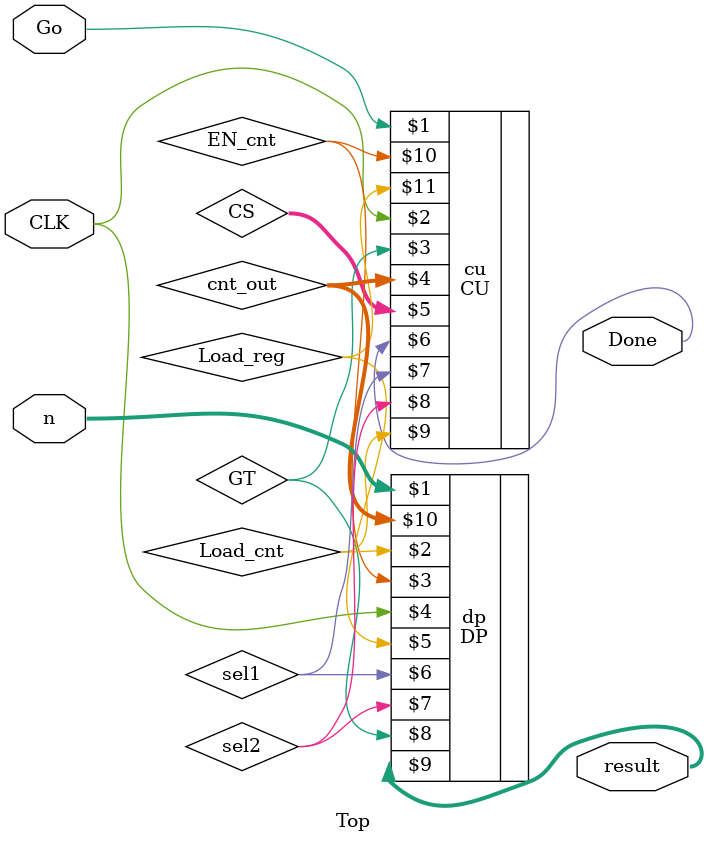
<source format=v>
`timescale 1ns / 1ps


module Top(CLK, Go, n, Done, result);
    
    parameter size = 32;
    input Go, CLK;
    input [3:0] n;
    output Done;
    wire [3:0] CS;
    output [size-1:0] result;
    
    wire Load_cnt, EN_cnt, Load_reg, sel1, sel2, GT;
    wire [3:0] cnt_out;
    
    
   /* module CU(
        input wire go,
        input wire CLK,
        input wire GT,
        input wire [3:0]cnt_out,
        output wire [3:0]cs,
        output reg done,
        output reg sel1, sel2, Load_cnt, EN, Load_reg
        ); */
    
    CU cu (Go, CLK, GT, cnt_out, CS, Done, sel1, sel2, 
    Load_cnt, EN_cnt, Load_reg);
    
    
    /*module DP(n, Load_cnt, EN_cnt, CLK, Load_reg, 
    sel1, sel2, GT, mux2_out);*/
    
    DP dp (n, Load_cnt, EN_cnt, CLK, Load_reg, sel1,
    sel2, GT, result, cnt_out);


endmodule

</source>
